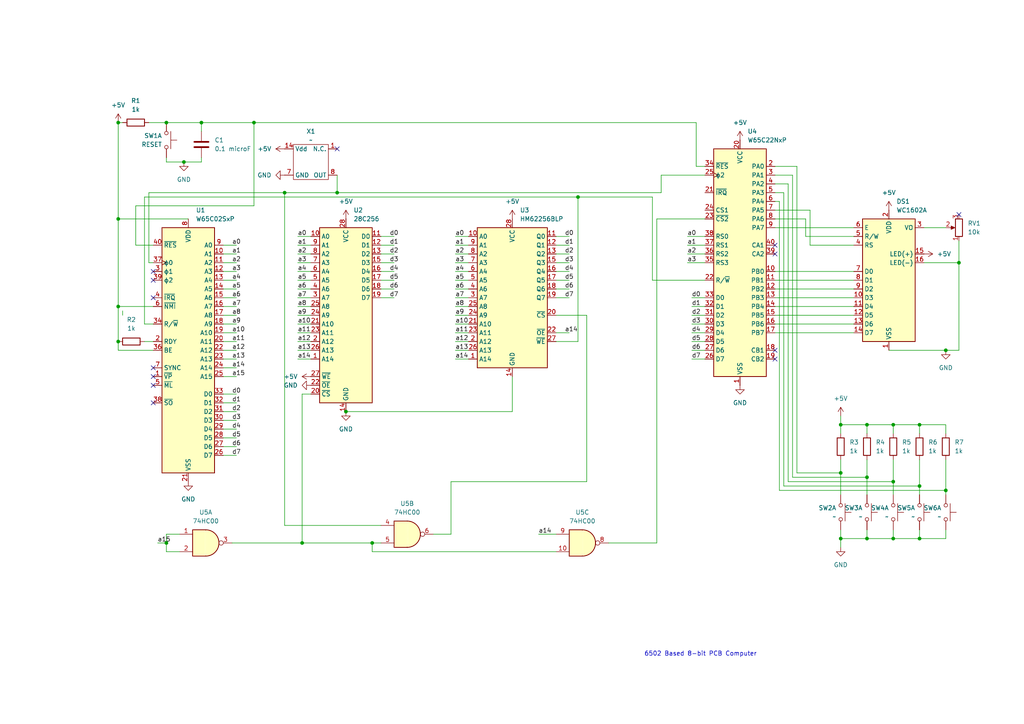
<source format=kicad_sch>
(kicad_sch (version 20231120) (generator "eeschema") (generator_version "8.0")
  (paper "A4")
  (lib_symbols
    (symbol "65xx-library:W65C02SxP"
      (property "Reference" "U" (at 2.54 40.64 0))
      (property "Value" "W65C02SxP" (at 2.54 38.1 0))
      (symbol "W65C02SxP_0_1"
        (rectangle (start -7.62 35.56) (end 7.62 -35.56) (stroke (width 0.254)) (fill (type background)))
      )
      (symbol "W65C02SxP_1_1"
        (pin output line (at -10.16 -7.62 0) (length 2.54) (name "~{VP}") (number "1"))
        (pin tri_state line (at 10.16 27.94 180) (length 2.54) (name "A1") (number "10"))
        (pin tri_state line (at 10.16 25.4 180) (length 2.54) (name "A2") (number "11"))
        (pin tri_state line (at 10.16 22.86 180) (length 2.54) (name "A3") (number "12"))
        (pin tri_state line (at 10.16 20.32 180) (length 2.54) (name "A4") (number "13"))
        (pin tri_state line (at 10.16 17.78 180) (length 2.54) (name "A5") (number "14"))
        (pin tri_state line (at 10.16 15.24 180) (length 2.54) (name "A6") (number "15"))
        (pin tri_state line (at 10.16 12.7 180) (length 2.54) (name "A7") (number "16"))
        (pin tri_state line (at 10.16 10.16 180) (length 2.54) (name "A8") (number "17"))
        (pin tri_state line (at 10.16 7.62 180) (length 2.54) (name "A9") (number "18"))
        (pin tri_state line (at 10.16 5.08 180) (length 2.54) (name "A10") (number "19"))
        (pin open_collector line (at -10.16 2.54 0) (length 2.54) (name "RDY") (number "2"))
        (pin tri_state line (at 10.16 2.54 180) (length 2.54) (name "A11") (number "20"))
        (pin power_in line (at 0 -38.1 90) (length 2.54) (name "VSS") (number "21"))
        (pin tri_state line (at 10.16 0 180) (length 2.54) (name "A12") (number "22"))
        (pin tri_state line (at 10.16 -2.54 180) (length 2.54) (name "A13") (number "23"))
        (pin tri_state line (at 10.16 -5.08 180) (length 2.54) (name "A14") (number "24"))
        (pin tri_state line (at 10.16 -7.62 180) (length 2.54) (name "A15") (number "25"))
        (pin bidirectional line (at 10.16 -30.48 180) (length 2.54) (name "D7") (number "26"))
        (pin bidirectional line (at 10.16 -27.94 180) (length 2.54) (name "D6") (number "27"))
        (pin bidirectional line (at 10.16 -25.4 180) (length 2.54) (name "D5") (number "28"))
        (pin bidirectional line (at 10.16 -22.86 180) (length 2.54) (name "D4") (number "29"))
        (pin output line (at -10.16 22.86 0) (length 2.54) (name "ϕ1") (number "3"))
        (pin bidirectional line (at 10.16 -20.32 180) (length 2.54) (name "D3") (number "30"))
        (pin bidirectional line (at 10.16 -17.78 180) (length 2.54) (name "D2") (number "31"))
        (pin bidirectional line (at 10.16 -15.24 180) (length 2.54) (name "D1") (number "32"))
        (pin bidirectional line (at 10.16 -12.7 180) (length 2.54) (name "D0") (number "33"))
        (pin tri_state line (at -10.16 7.62 0) (length 2.54) (name "R/~{W}") (number "34"))
        (pin no_connect non_logic (at -7.62 -30.48 0) (length 2.54) hide (name "nc") (number "35"))
        (pin input line (at -10.16 0 0) (length 2.54) (name "BE") (number "36"))
        (pin input clock (at -10.16 25.4 0) (length 2.54) (name "ϕ0") (number "37"))
        (pin input line (at -10.16 -15.24 0) (length 2.54) (name "~{SO}") (number "38"))
        (pin output line (at -10.16 20.32 0) (length 2.54) (name "ϕ2") (number "39"))
        (pin input line (at -10.16 15.24 0) (length 2.54) (name "~{IRQ}") (number "4"))
        (pin input line (at -10.16 30.48 0) (length 2.54) (name "~{RES}") (number "40"))
        (pin output line (at -10.16 -10.16 0) (length 2.54) (name "~{ML}") (number "5"))
        (pin input line (at -10.16 12.7 0) (length 2.54) (name "~{NMI}") (number "6"))
        (pin output line (at -10.16 -5.08 0) (length 2.54) (name "SYNC") (number "7"))
        (pin power_in line (at 0 38.1 270) (length 2.54) (name "VDD") (number "8"))
        (pin tri_state line (at 10.16 30.48 180) (length 2.54) (name "A0") (number "9"))
      )
    )
    (symbol "65xx-library:W65C22NxP"
      (property "Reference" "U" (at 2.54 38.1 0))
      (property "Value" "W65C22NxP" (at 2.54 35.56 0))
      (symbol "W65C22NxP_0_1"
        (rectangle (start -7.62 33.02) (end 7.62 -33.02) (stroke (width 0.254)) (fill (type background)))
      )
      (symbol "W65C22NxP_1_1"
        (pin power_in line (at 0 -35.56 90) (length 2.54) (name "VSS") (number "1"))
        (pin bidirectional line (at 10.16 -2.54 180) (length 2.54) (name "PB0") (number "10"))
        (pin bidirectional line (at 10.16 -5.08 180) (length 2.54) (name "PB1") (number "11"))
        (pin bidirectional line (at 10.16 -7.62 180) (length 2.54) (name "PB2") (number "12"))
        (pin bidirectional line (at 10.16 -10.16 180) (length 2.54) (name "PB3") (number "13"))
        (pin bidirectional line (at 10.16 -12.7 180) (length 2.54) (name "PB4") (number "14"))
        (pin bidirectional line (at 10.16 -15.24 180) (length 2.54) (name "PB5") (number "15"))
        (pin bidirectional line (at 10.16 -17.78 180) (length 2.54) (name "PB6") (number "16"))
        (pin bidirectional line (at 10.16 -20.32 180) (length 2.54) (name "PB7") (number "17"))
        (pin input line (at 10.16 -25.4 180) (length 2.54) (name "CB1") (number "18"))
        (pin bidirectional line (at 10.16 -27.94 180) (length 2.54) (name "CB2") (number "19"))
        (pin bidirectional line (at 10.16 27.94 180) (length 2.54) (name "PA0") (number "2"))
        (pin power_in line (at 0 35.56 270) (length 2.54) (name "VCC") (number "20"))
        (pin open_collector line (at -10.16 20.32 0) (length 2.54) (name "~{IRQ}") (number "21"))
        (pin input line (at -10.16 -5.08 0) (length 2.54) (name "R/~{W}") (number "22"))
        (pin input line (at -10.16 12.7 0) (length 2.54) (name "~{CS2}") (number "23"))
        (pin input line (at -10.16 15.24 0) (length 2.54) (name "CS1") (number "24"))
        (pin input clock (at -10.16 25.4 0) (length 2.54) (name "ϕ2") (number "25"))
        (pin bidirectional line (at -10.16 -27.94 0) (length 2.54) (name "D7") (number "26"))
        (pin bidirectional line (at -10.16 -25.4 0) (length 2.54) (name "D6") (number "27"))
        (pin bidirectional line (at -10.16 -22.86 0) (length 2.54) (name "D5") (number "28"))
        (pin bidirectional line (at -10.16 -20.32 0) (length 2.54) (name "D4") (number "29"))
        (pin bidirectional line (at 10.16 25.4 180) (length 2.54) (name "PA1") (number "3"))
        (pin bidirectional line (at -10.16 -17.78 0) (length 2.54) (name "D3") (number "30"))
        (pin bidirectional line (at -10.16 -15.24 0) (length 2.54) (name "D2") (number "31"))
        (pin bidirectional line (at -10.16 -12.7 0) (length 2.54) (name "D1") (number "32"))
        (pin bidirectional line (at -10.16 -10.16 0) (length 2.54) (name "D0") (number "33"))
        (pin input line (at -10.16 27.94 0) (length 2.54) (name "~{RES}") (number "34"))
        (pin input line (at -10.16 0 0) (length 2.54) (name "RS3") (number "35"))
        (pin input line (at -10.16 2.54 0) (length 2.54) (name "RS2") (number "36"))
        (pin input line (at -10.16 5.08 0) (length 2.54) (name "RS1") (number "37"))
        (pin input line (at -10.16 7.62 0) (length 2.54) (name "RS0") (number "38"))
        (pin bidirectional line (at 10.16 2.54 180) (length 2.54) (name "CA2") (number "39"))
        (pin bidirectional line (at 10.16 22.86 180) (length 2.54) (name "PA2") (number "4"))
        (pin input line (at 10.16 5.08 180) (length 2.54) (name "CA1") (number "40"))
        (pin bidirectional line (at 10.16 20.32 180) (length 2.54) (name "PA3") (number "5"))
        (pin bidirectional line (at 10.16 17.78 180) (length 2.54) (name "PA4") (number "6"))
        (pin bidirectional line (at 10.16 15.24 180) (length 2.54) (name "PA5") (number "7"))
        (pin bidirectional line (at 10.16 12.7 180) (length 2.54) (name "PA6") (number "8"))
        (pin bidirectional line (at 10.16 10.16 180) (length 2.54) (name "PA7") (number "9"))
      )
    )
    (symbol "74xx:74HC00" (pin_names (offset 1.016))
      (property "Reference" "U" (at 0 1.27 0))
      (property "Value" "74HC00" (at 0 -1.27 0))
      (symbol "74HC00_1_1"
        (arc (start 0 -3.81) (mid 3.7934 0) (end 0 3.81) (stroke (width 0.254)) (fill (type background)))
        (polyline (pts (xy 0 3.81) (xy -3.81 3.81) (xy -3.81 -3.81) (xy 0 -3.81)) (stroke (width 0.254)) (fill (type background)))
        (pin input line (at -7.62 2.54 0) (length 3.81) (name "~") (number "1"))
        (pin input line (at -7.62 -2.54 0) (length 3.81) (name "~") (number "2"))
        (pin output inverted (at 7.62 0 180) (length 3.81) (name "~") (number "3"))
      )
      (symbol "74HC00_1_2"
        (arc (start -3.81 -3.81) (mid -2.589 0) (end -3.81 3.81) (stroke (width 0.254)))
        (arc (start -0.6096 -3.81) (mid 2.1842 -2.5851) (end 3.81 0) (stroke (width 0.254)) (fill (type background)))
        (polyline (pts (xy -3.81 -3.81) (xy -0.635 -3.81)) (stroke (width 0.254)) (fill (type background)))
        (polyline (pts (xy -3.81 3.81) (xy -0.635 3.81)) (stroke (width 0.254)) (fill (type background)))
        (polyline (pts (xy -0.635 3.81) (xy -3.81 3.81) (xy -3.81 3.81) (xy -3.556 3.4036) (xy -3.0226 2.2606) (xy -2.6924 1.0414) (xy -2.6162 -0.254) (xy -2.7686 -1.4986) (xy -3.175 -2.7178) (xy -3.81 -3.81) (xy -3.81 -3.81) (xy -0.635 -3.81)) (stroke (width -25.4)) (fill (type background)))
        (arc (start 3.81 0) (mid 2.1915 2.5936) (end -0.6096 3.81) (stroke (width 0.254)) (fill (type background)))
        (pin input inverted (at -7.62 2.54 0) (length 4.318) (name "~") (number "1"))
        (pin input inverted (at -7.62 -2.54 0) (length 4.318) (name "~") (number "2"))
        (pin output line (at 7.62 0 180) (length 3.81) (name "~") (number "3"))
      )
      (symbol "74HC00_2_1"
        (arc (start 0 -3.81) (mid 3.7934 0) (end 0 3.81) (stroke (width 0.254)) (fill (type background)))
        (polyline (pts (xy 0 3.81) (xy -3.81 3.81) (xy -3.81 -3.81) (xy 0 -3.81)) (stroke (width 0.254)) (fill (type background)))
        (pin input line (at -7.62 2.54 0) (length 3.81) (name "~") (number "4"))
        (pin input line (at -7.62 -2.54 0) (length 3.81) (name "~") (number "5"))
        (pin output inverted (at 7.62 0 180) (length 3.81) (name "~") (number "6"))
      )
      (symbol "74HC00_2_2"
        (arc (start -3.81 -3.81) (mid -2.589 0) (end -3.81 3.81) (stroke (width 0.254)))
        (arc (start -0.6096 -3.81) (mid 2.1842 -2.5851) (end 3.81 0) (stroke (width 0.254)) (fill (type background)))
        (polyline (pts (xy -3.81 -3.81) (xy -0.635 -3.81)) (stroke (width 0.254)) (fill (type background)))
        (polyline (pts (xy -3.81 3.81) (xy -0.635 3.81)) (stroke (width 0.254)) (fill (type background)))
        (polyline (pts (xy -0.635 3.81) (xy -3.81 3.81) (xy -3.81 3.81) (xy -3.556 3.4036) (xy -3.0226 2.2606) (xy -2.6924 1.0414) (xy -2.6162 -0.254) (xy -2.7686 -1.4986) (xy -3.175 -2.7178) (xy -3.81 -3.81) (xy -3.81 -3.81) (xy -0.635 -3.81)) (stroke (width -25.4)) (fill (type background)))
        (arc (start 3.81 0) (mid 2.1915 2.5936) (end -0.6096 3.81) (stroke (width 0.254)) (fill (type background)))
        (pin input inverted (at -7.62 2.54 0) (length 4.318) (name "~") (number "4"))
        (pin input inverted (at -7.62 -2.54 0) (length 4.318) (name "~") (number "5"))
        (pin output line (at 7.62 0 180) (length 3.81) (name "~") (number "6"))
      )
      (symbol "74HC00_3_1"
        (arc (start 0 -3.81) (mid 3.7934 0) (end 0 3.81) (stroke (width 0.254)) (fill (type background)))
        (polyline (pts (xy 0 3.81) (xy -3.81 3.81) (xy -3.81 -3.81) (xy 0 -3.81)) (stroke (width 0.254)) (fill (type background)))
        (pin input line (at -7.62 -2.54 0) (length 3.81) (name "~") (number "10"))
        (pin output inverted (at 7.62 0 180) (length 3.81) (name "~") (number "8"))
        (pin input line (at -7.62 2.54 0) (length 3.81) (name "~") (number "9"))
      )
      (symbol "74HC00_3_2"
        (arc (start -3.81 -3.81) (mid -2.589 0) (end -3.81 3.81) (stroke (width 0.254)))
        (arc (start -0.6096 -3.81) (mid 2.1842 -2.5851) (end 3.81 0) (stroke (width 0.254)) (fill (type background)))
        (polyline (pts (xy -3.81 -3.81) (xy -0.635 -3.81)) (stroke (width 0.254)) (fill (type background)))
        (polyline (pts (xy -3.81 3.81) (xy -0.635 3.81)) (stroke (width 0.254)) (fill (type background)))
        (polyline (pts (xy -0.635 3.81) (xy -3.81 3.81) (xy -3.81 3.81) (xy -3.556 3.4036) (xy -3.0226 2.2606) (xy -2.6924 1.0414) (xy -2.6162 -0.254) (xy -2.7686 -1.4986) (xy -3.175 -2.7178) (xy -3.81 -3.81) (xy -3.81 -3.81) (xy -0.635 -3.81)) (stroke (width -25.4)) (fill (type background)))
        (arc (start 3.81 0) (mid 2.1915 2.5936) (end -0.6096 3.81) (stroke (width 0.254)) (fill (type background)))
        (pin input inverted (at -7.62 -2.54 0) (length 4.318) (name "~") (number "10"))
        (pin output line (at 7.62 0 180) (length 3.81) (name "~") (number "8"))
        (pin input inverted (at -7.62 2.54 0) (length 4.318) (name "~") (number "9"))
      )
      (symbol "74HC00_4_1"
        (arc (start 0 -3.81) (mid 3.7934 0) (end 0 3.81) (stroke (width 0.254)) (fill (type background)))
        (polyline (pts (xy 0 3.81) (xy -3.81 3.81) (xy -3.81 -3.81) (xy 0 -3.81)) (stroke (width 0.254)) (fill (type background)))
        (pin output inverted (at 7.62 0 180) (length 3.81) (name "~") (number "11"))
        (pin input line (at -7.62 2.54 0) (length 3.81) (name "~") (number "12"))
        (pin input line (at -7.62 -2.54 0) (length 3.81) (name "~") (number "13"))
      )
      (symbol "74HC00_4_2"
        (arc (start -3.81 -3.81) (mid -2.589 0) (end -3.81 3.81) (stroke (width 0.254)))
        (arc (start -0.6096 -3.81) (mid 2.1842 -2.5851) (end 3.81 0) (stroke (width 0.254)) (fill (type background)))
        (polyline (pts (xy -3.81 -3.81) (xy -0.635 -3.81)) (stroke (width 0.254)) (fill (type background)))
        (polyline (pts (xy -3.81 3.81) (xy -0.635 3.81)) (stroke (width 0.254)) (fill (type background)))
        (polyline (pts (xy -0.635 3.81) (xy -3.81 3.81) (xy -3.81 3.81) (xy -3.556 3.4036) (xy -3.0226 2.2606) (xy -2.6924 1.0414) (xy -2.6162 -0.254) (xy -2.7686 -1.4986) (xy -3.175 -2.7178) (xy -3.81 -3.81) (xy -3.81 -3.81) (xy -0.635 -3.81)) (stroke (width -25.4)) (fill (type background)))
        (arc (start 3.81 0) (mid 2.1915 2.5936) (end -0.6096 3.81) (stroke (width 0.254)) (fill (type background)))
        (pin output line (at 7.62 0 180) (length 3.81) (name "~") (number "11"))
        (pin input inverted (at -7.62 2.54 0) (length 4.318) (name "~") (number "12"))
        (pin input inverted (at -7.62 -2.54 0) (length 4.318) (name "~") (number "13"))
      )
      (symbol "74HC00_5_0"
        (pin power_in line (at 0 12.7 270) (length 5.08) (name "VCC") (number "14"))
        (pin power_in line (at 0 -12.7 90) (length 5.08) (name "GND") (number "7"))
      )
      (symbol "74HC00_5_1"
        (rectangle (start -5.08 7.62) (end 5.08 -7.62) (stroke (width 0.254)) (fill (type background)))
      )
    )
    (symbol "Device:C" (pin_numbers hide) (pin_names (offset 0.254))
      (property "Reference" "C" (at 0.635 2.54 0))
      (property "Value" "C" (at 0.635 -2.54 0))
      (symbol "C_0_1"
        (polyline (pts (xy -2.032 -0.762) (xy 2.032 -0.762)) (stroke (width 0.508)))
        (polyline (pts (xy -2.032 0.762) (xy 2.032 0.762)) (stroke (width 0.508)))
      )
      (symbol "C_1_1"
        (pin passive line (at 0 3.81 270) (length 2.794) (name "~") (number "1"))
        (pin passive line (at 0 -3.81 90) (length 2.794) (name "~") (number "2"))
      )
    )
    (symbol "Device:R" (pin_numbers hide) (pin_names (offset 0))
      (property "Reference" "R" (at 2.032 0 90))
      (property "Value" "R" (at 0 0 90))
      (symbol "R_0_1"
        (rectangle (start -1.016 -2.54) (end 1.016 2.54) (stroke (width 0.254)))
      )
      (symbol "R_1_1"
        (pin passive line (at 0 3.81 270) (length 1.27) (name "~") (number "1"))
        (pin passive line (at 0 -3.81 90) (length 1.27) (name "~") (number "2"))
      )
    )
    (symbol "Device:R_Potentiometer" (pin_names (offset 1.016) hide)
      (property "Reference" "RV" (at -4.445 0 90))
      (property "Value" "R_Potentiometer" (at -2.54 0 90))
      (symbol "R_Potentiometer_0_1"
        (polyline (pts (xy 2.54 0) (xy 1.524 0)))
        (polyline (pts (xy 1.143 0) (xy 2.286 0.508) (xy 2.286 -0.508) (xy 1.143 0)) (fill (type outline)))
        (rectangle (start 1.016 2.54) (end -1.016 -2.54) (stroke (width 0.254)))
      )
      (symbol "R_Potentiometer_1_1"
        (pin passive line (at 0 3.81 270) (length 1.27) (name "1") (number "1"))
        (pin passive line (at 3.81 0 180) (length 1.27) (name "2") (number "2"))
        (pin passive line (at 0 -3.81 90) (length 1.27) (name "3") (number "3"))
      )
    )
    (symbol "Display_Character:WC1602A"
      (property "Reference" "DS" (at -5.842 19.05 0))
      (property "Value" "WC1602A" (at 5.334 19.05 0))
      (symbol "WC1602A_1_1"
        (rectangle (start -7.62 17.78) (end 7.62 -17.78) (stroke (width 0.254)) (fill (type background)))
        (pin power_in line (at 0 -20.32 90) (length 2.54) (name "VSS") (number "1"))
        (pin input line (at -10.16 -5.08 0) (length 2.54) (name "D3") (number "10"))
        (pin input line (at -10.16 -7.62 0) (length 2.54) (name "D4") (number "11"))
        (pin input line (at -10.16 -10.16 0) (length 2.54) (name "D5") (number "12"))
        (pin input line (at -10.16 -12.7 0) (length 2.54) (name "D6") (number "13"))
        (pin input line (at -10.16 -15.24 0) (length 2.54) (name "D7") (number "14"))
        (pin power_in line (at 10.16 7.62 180) (length 2.54) (name "LED(+)") (number "15"))
        (pin power_in line (at 10.16 5.08 180) (length 2.54) (name "LED(-)") (number "16"))
        (pin power_in line (at 0 20.32 270) (length 2.54) (name "VDD") (number "2"))
        (pin input line (at 10.16 15.24 180) (length 2.54) (name "VO") (number "3"))
        (pin input line (at -10.16 10.16 0) (length 2.54) (name "RS") (number "4"))
        (pin input line (at -10.16 12.7 0) (length 2.54) (name "R/W") (number "5"))
        (pin input line (at -10.16 15.24 0) (length 2.54) (name "E") (number "6"))
        (pin input line (at -10.16 2.54 0) (length 2.54) (name "D0") (number "7"))
        (pin input line (at -10.16 0 0) (length 2.54) (name "D1") (number "8"))
        (pin input line (at -10.16 -2.54 0) (length 2.54) (name "D2") (number "9"))
      )
    )
    (symbol "MCO-1510A:MCO-151A"
      (property "Reference" "X" (at 0 0 0))
      (symbol "MCO-151A_0_1"
        (rectangle (start -5.08 5.08) (end 5.08 -5.08))
      )
      (symbol "MCO-151A_1_1"
        (pin free line (at 7.62 3.81 180) (length 2.54) (name "N.C.") (number "1"))
        (pin power_in line (at -7.62 3.81 0) (length 2.54) (name "Vdd") (number "14"))
        (pin free line (at -7.62 -3.81 0) (length 2.54) (name "GND") (number "7"))
        (pin output line (at 7.62 -3.81 180) (length 2.54) (name "OUT") (number "8"))
      )
    )
    (symbol "Memory_EEPROM:28C256"
      (property "Reference" "U" (at -7.62 26.67 0))
      (property "Value" "28C256" (at 2.54 -26.67 0))
      (symbol "28C256_1_1"
        (rectangle (start -7.62 25.4) (end 7.62 -25.4) (stroke (width 0.254)) (fill (type background)))
        (pin input line (at -10.16 -12.7 0) (length 2.54) (name "A14") (number "1"))
        (pin input line (at -10.16 22.86 0) (length 2.54) (name "A0") (number "10"))
        (pin tri_state line (at 10.16 22.86 180) (length 2.54) (name "D0") (number "11"))
        (pin tri_state line (at 10.16 20.32 180) (length 2.54) (name "D1") (number "12"))
        (pin tri_state line (at 10.16 17.78 180) (length 2.54) (name "D2") (number "13"))
        (pin power_in line (at 0 -27.94 90) (length 2.54) (name "GND") (number "14"))
        (pin tri_state line (at 10.16 15.24 180) (length 2.54) (name "D3") (number "15"))
        (pin tri_state line (at 10.16 12.7 180) (length 2.54) (name "D4") (number "16"))
        (pin tri_state line (at 10.16 10.16 180) (length 2.54) (name "D5") (number "17"))
        (pin tri_state line (at 10.16 7.62 180) (length 2.54) (name "D6") (number "18"))
        (pin tri_state line (at 10.16 5.08 180) (length 2.54) (name "D7") (number "19"))
        (pin input line (at -10.16 -7.62 0) (length 2.54) (name "A12") (number "2"))
        (pin input line (at -10.16 -22.86 0) (length 2.54) (name "~{CS}") (number "20"))
        (pin input line (at -10.16 -2.54 0) (length 2.54) (name "A10") (number "21"))
        (pin input line (at -10.16 -20.32 0) (length 2.54) (name "~{OE}") (number "22"))
        (pin input line (at -10.16 -5.08 0) (length 2.54) (name "A11") (number "23"))
        (pin input line (at -10.16 0 0) (length 2.54) (name "A9") (number "24"))
        (pin input line (at -10.16 2.54 0) (length 2.54) (name "A8") (number "25"))
        (pin input line (at -10.16 -10.16 0) (length 2.54) (name "A13") (number "26"))
        (pin input line (at -10.16 -17.78 0) (length 2.54) (name "~{WE}") (number "27"))
        (pin power_in line (at 0 27.94 270) (length 2.54) (name "VCC") (number "28"))
        (pin input line (at -10.16 5.08 0) (length 2.54) (name "A7") (number "3"))
        (pin input line (at -10.16 7.62 0) (length 2.54) (name "A6") (number "4"))
        (pin input line (at -10.16 10.16 0) (length 2.54) (name "A5") (number "5"))
        (pin input line (at -10.16 12.7 0) (length 2.54) (name "A4") (number "6"))
        (pin input line (at -10.16 15.24 0) (length 2.54) (name "A3") (number "7"))
        (pin input line (at -10.16 17.78 0) (length 2.54) (name "A2") (number "8"))
        (pin input line (at -10.16 20.32 0) (length 2.54) (name "A1") (number "9"))
      )
    )
    (symbol "Memory_RAM:HM62256BLP"
      (property "Reference" "U" (at -10.16 20.955 0))
      (property "Value" "HM62256BLP" (at 2.54 20.955 0))
      (symbol "HM62256BLP_0_0"
        (pin power_in line (at 0 -22.86 90) (length 2.54) (name "GND") (number "14"))
        (pin power_in line (at 0 22.86 270) (length 2.54) (name "VCC") (number "28"))
      )
      (symbol "HM62256BLP_0_1"
        (rectangle (start -10.16 20.32) (end 10.16 -20.32) (stroke (width 0.254)) (fill (type background)))
      )
      (symbol "HM62256BLP_1_1"
        (pin input line (at -12.7 -17.78 0) (length 2.54) (name "A14") (number "1"))
        (pin input line (at -12.7 17.78 0) (length 2.54) (name "A0") (number "10"))
        (pin tri_state line (at 12.7 17.78 180) (length 2.54) (name "Q0") (number "11"))
        (pin tri_state line (at 12.7 15.24 180) (length 2.54) (name "Q1") (number "12"))
        (pin tri_state line (at 12.7 12.7 180) (length 2.54) (name "Q2") (number "13"))
        (pin tri_state line (at 12.7 10.16 180) (length 2.54) (name "Q3") (number "15"))
        (pin tri_state line (at 12.7 7.62 180) (length 2.54) (name "Q4") (number "16"))
        (pin tri_state line (at 12.7 5.08 180) (length 2.54) (name "Q5") (number "17"))
        (pin tri_state line (at 12.7 2.54 180) (length 2.54) (name "Q6") (number "18"))
        (pin tri_state line (at 12.7 0 180) (length 2.54) (name "Q7") (number "19"))
        (pin input line (at -12.7 -12.7 0) (length 2.54) (name "A12") (number "2"))
        (pin input line (at 12.7 -5.08 180) (length 2.54) (name "~{CS}") (number "20"))
        (pin input line (at -12.7 -7.62 0) (length 2.54) (name "A10") (number "21"))
        (pin input line (at 12.7 -10.16 180) (length 2.54) (name "~{OE}") (number "22"))
        (pin input line (at -12.7 -10.16 0) (length 2.54) (name "A11") (number "23"))
        (pin input line (at -12.7 -5.08 0) (length 2.54) (name "A9") (number "24"))
        (pin input line (at -12.7 -2.54 0) (length 2.54) (name "A8") (number "25"))
        (pin input line (at -12.7 -15.24 0) (length 2.54) (name "A13") (number "26"))
        (pin input line (at 12.7 -12.7 180) (length 2.54) (name "~{WE}") (number "27"))
        (pin input line (at -12.7 0 0) (length 2.54) (name "A7") (number "3"))
        (pin input line (at -12.7 2.54 0) (length 2.54) (name "A6") (number "4"))
        (pin input line (at -12.7 5.08 0) (length 2.54) (name "A5") (number "5"))
        (pin input line (at -12.7 7.62 0) (length 2.54) (name "A4") (number "6"))
        (pin input line (at -12.7 10.16 0) (length 2.54) (name "A3") (number "7"))
        (pin input line (at -12.7 12.7 0) (length 2.54) (name "A2") (number "8"))
        (pin input line (at -12.7 15.24 0) (length 2.54) (name "A1") (number "9"))
      )
    )
    (symbol "Switch:SW_Push_Dual_x2" (pin_numbers hide) (pin_names (offset 1.016) hide)
      (property "Reference" "SW" (at 1.27 2.54 0))
      (property "Value" "SW_Push_Dual_x2" (at 0 -1.524 0))
      (symbol "SW_Push_Dual_x2_0_1"
        (circle (center -2.032 0) (radius 0.508))
        (polyline (pts (xy 0 1.27) (xy 0 3.048)))
        (polyline (pts (xy 2.54 1.27) (xy -2.54 1.27)))
        (circle (center 2.032 0) (radius 0.508))
      )
      (symbol "SW_Push_Dual_x2_1_1"
        (pin passive line (at -5.08 0 0) (length 2.54) (name "C") (number "1"))
        (pin passive line (at 5.08 0 180) (length 2.54) (name "D") (number "2"))
      )
      (symbol "SW_Push_Dual_x2_2_1"
        (pin passive line (at -5.08 0 0) (length 2.54) (name "C") (number "3"))
        (pin passive line (at 5.08 0 180) (length 2.54) (name "D") (number "4"))
      )
    )
    (symbol "power:+5V" (power) (pin_numbers hide) (pin_names (offset 0) hide)
      (property "Value" "+5V" (at 0 3.556 0))
      (symbol "+5V_0_1"
        (polyline (pts (xy -0.762 1.27) (xy 0 2.54)))
        (polyline (pts (xy 0 0) (xy 0 2.54)))
        (polyline (pts (xy 0 2.54) (xy 0.762 1.27)))
      )
      (symbol "+5V_1_1"
        (pin power_in line (at 0 0 90) (length 0) (name "~") (number "1"))
      )
    )
    (symbol "power:GND" (power) (pin_numbers hide) (pin_names (offset 0) hide)
      (property "Value" "GND" (at 0 -3.81 0))
      (symbol "GND_0_1"
        (polyline (pts (xy 0 0) (xy 0 -1.27) (xy 1.27 -1.27) (xy 0 -2.54) (xy -1.27 -1.27) (xy 0 -1.27)))
      )
      (symbol "GND_1_1"
        (pin power_in line (at 0 0 270) (length 0) (name "~") (number "1"))
      )
    )
  )
  (junction (at 259.08 139.7))
  (junction (at 251.46 156.21))
  (junction (at 278.13 76.2))
  (junction (at 243.84 156.21))
  (junction (at 34.29 88.9))
  (junction (at 266.7 123.19))
  (junction (at 266.7 156.21))
  (junction (at 251.46 138.43))
  (junction (at 167.64 57.15))
  (junction (at 251.46 123.19))
  (junction (at 100.33 119.38))
  (junction (at 274.32 101.6))
  (junction (at 243.84 137.16))
  (junction (at 82.55 55.88))
  (junction (at 259.08 156.21))
  (junction (at 274.32 142.24))
  (junction (at 48.26 157.48))
  (junction (at 266.7 140.97))
  (junction (at 53.34 46.99))
  (junction (at 243.84 123.19))
  (junction (at 34.29 99.06))
  (junction (at 259.08 123.19))
  (junction (at 107.95 157.48))
  (junction (at 48.26 35.56))
  (junction (at 73.66 35.56))
  (junction (at 87.63 157.48))
  (junction (at 34.29 63.5))
  (junction (at 58.42 35.56))
  (junction (at 97.79 55.88))
  (junction (at 34.29 35.56))
  (no_connect (at 97.79 43.18))
  (no_connect (at 44.45 109.22))
  (no_connect (at 44.45 78.74))
  (no_connect (at 224.79 104.14))
  (no_connect (at 44.45 116.84))
  (no_connect (at 224.79 73.66))
  (no_connect (at 224.79 101.6))
  (no_connect (at 278.13 62.23))
  (no_connect (at 44.45 86.36))
  (no_connect (at 44.45 106.68))
  (no_connect (at 44.45 81.28))
  (no_connect (at 44.45 111.76))
  (no_connect (at 224.79 71.12))
  (wire (pts (xy 39.37 71.12) (xy 44.45 71.12)))
  (wire (pts (xy 34.29 88.9) (xy 34.29 99.06)))
  (wire (pts (xy 251.46 133.35) (xy 251.46 138.43)))
  (wire (pts (xy 266.7 140.97) (xy 227.33 140.97)))
  (wire (pts (xy 44.45 88.9) (xy 34.29 88.9)))
  (wire (pts (xy 224.79 66.04) (xy 247.65 66.04)))
  (wire (pts (xy 243.84 133.35) (xy 243.84 137.16)))
  (wire (pts (xy 161.29 68.58) (xy 165.1 68.58)))
  (wire (pts (xy 73.66 35.56) (xy 201.93 35.56)))
  (wire (pts (xy 86.36 76.2) (xy 90.17 76.2)))
  (wire (pts (xy 86.36 86.36) (xy 90.17 86.36)))
  (wire (pts (xy 233.68 63.5) (xy 233.68 68.58)))
  (wire (pts (xy 234.95 71.12) (xy 247.65 71.12)))
  (wire (pts (xy 110.49 81.28) (xy 114.3 81.28)))
  (wire (pts (xy 132.08 96.52) (xy 135.89 96.52)))
  (wire (pts (xy 64.77 109.22) (xy 68.58 109.22)))
  (wire (pts (xy 229.87 138.43) (xy 229.87 50.8)))
  (wire (pts (xy 54.61 63.5) (xy 34.29 63.5)))
  (wire (pts (xy 243.84 120.65) (xy 243.84 123.19)))
  (wire (pts (xy 64.77 132.08) (xy 68.58 132.08)))
  (wire (pts (xy 132.08 88.9) (xy 135.89 88.9)))
  (wire (pts (xy 266.7 133.35) (xy 266.7 140.97)))
  (wire (pts (xy 156.21 154.94) (xy 161.29 154.94)))
  (wire (pts (xy 132.08 101.6) (xy 135.89 101.6)))
  (wire (pts (xy 86.36 73.66) (xy 90.17 73.66)))
  (wire (pts (xy 199.39 73.66) (xy 204.47 73.66)))
  (wire (pts (xy 86.36 81.28) (xy 90.17 81.28)))
  (wire (pts (xy 266.7 156.21) (xy 259.08 156.21)))
  (wire (pts (xy 251.46 156.21) (xy 243.84 156.21)))
  (wire (pts (xy 86.36 101.6) (xy 90.17 101.6)))
  (wire (pts (xy 64.77 71.12) (xy 68.58 71.12)))
  (wire (pts (xy 132.08 91.44) (xy 135.89 91.44)))
  (wire (pts (xy 130.81 139.7) (xy 130.81 154.94)))
  (wire (pts (xy 86.36 68.58) (xy 90.17 68.58)))
  (wire (pts (xy 48.26 160.02) (xy 48.26 157.48)))
  (wire (pts (xy 161.29 73.66) (xy 165.1 73.66)))
  (wire (pts (xy 161.29 91.44) (xy 170.18 91.44)))
  (wire (pts (xy 34.29 63.5) (xy 34.29 35.56)))
  (wire (pts (xy 233.68 68.58) (xy 247.65 68.58)))
  (wire (pts (xy 231.14 48.26) (xy 224.79 48.26)))
  (wire (pts (xy 43.18 35.56) (xy 48.26 35.56)))
  (wire (pts (xy 274.32 142.24) (xy 226.06 142.24)))
  (wire (pts (xy 191.77 55.88) (xy 97.79 55.88)))
  (wire (pts (xy 224.79 63.5) (xy 233.68 63.5)))
  (wire (pts (xy 64.77 91.44) (xy 68.58 91.44)))
  (wire (pts (xy 229.87 50.8) (xy 224.79 50.8)))
  (wire (pts (xy 259.08 123.19) (xy 251.46 123.19)))
  (wire (pts (xy 132.08 81.28) (xy 135.89 81.28)))
  (wire (pts (xy 110.49 76.2) (xy 114.3 76.2)))
  (wire (pts (xy 58.42 35.56) (xy 73.66 35.56)))
  (wire (pts (xy 44.45 76.2) (xy 43.18 76.2)))
  (wire (pts (xy 132.08 86.36) (xy 135.89 86.36)))
  (wire (pts (xy 274.32 101.6) (xy 257.81 101.6)))
  (wire (pts (xy 34.29 35.56) (xy 35.56 35.56)))
  (wire (pts (xy 86.36 93.98) (xy 90.17 93.98)))
  (wire (pts (xy 48.26 46.99) (xy 53.34 46.99)))
  (wire (pts (xy 132.08 68.58) (xy 135.89 68.58)))
  (wire (pts (xy 64.77 83.82) (xy 68.58 83.82)))
  (wire (pts (xy 64.77 114.3) (xy 68.58 114.3)))
  (wire (pts (xy 86.36 99.06) (xy 90.17 99.06)))
  (wire (pts (xy 243.84 153.67) (xy 243.84 156.21)))
  (wire (pts (xy 167.64 57.15) (xy 167.64 99.06)))
  (wire (pts (xy 266.7 123.19) (xy 259.08 123.19)))
  (wire (pts (xy 259.08 139.7) (xy 228.6 139.7)))
  (wire (pts (xy 274.32 156.21) (xy 266.7 156.21)))
  (wire (pts (xy 274.32 142.24) (xy 274.32 143.51)))
  (wire (pts (xy 204.47 48.26) (xy 201.93 48.26)))
  (wire (pts (xy 132.08 78.74) (xy 135.89 78.74)))
  (wire (pts (xy 227.33 140.97) (xy 227.33 55.88)))
  (wire (pts (xy 224.79 86.36) (xy 247.65 86.36)))
  (wire (pts (xy 161.29 96.52) (xy 165.1 96.52)))
  (wire (pts (xy 86.36 88.9) (xy 90.17 88.9)))
  (wire (pts (xy 259.08 133.35) (xy 259.08 139.7)))
  (wire (pts (xy 200.66 93.98) (xy 204.47 93.98)))
  (wire (pts (xy 34.29 63.5) (xy 34.29 88.9)))
  (wire (pts (xy 53.34 46.99) (xy 58.42 46.99)))
  (wire (pts (xy 44.45 101.6) (xy 34.29 101.6)))
  (wire (pts (xy 64.77 73.66) (xy 68.58 73.66)))
  (wire (pts (xy 64.77 116.84) (xy 68.58 116.84)))
  (wire (pts (xy 73.66 35.56) (xy 73.66 59.69)))
  (wire (pts (xy 259.08 125.73) (xy 259.08 123.19)))
  (wire (pts (xy 107.95 160.02) (xy 161.29 160.02)))
  (wire (pts (xy 259.08 153.67) (xy 259.08 156.21)))
  (wire (pts (xy 41.91 93.98) (xy 41.91 57.15)))
  (wire (pts (xy 48.26 157.48) (xy 48.26 154.94)))
  (wire (pts (xy 224.79 93.98) (xy 247.65 93.98)))
  (wire (pts (xy 64.77 96.52) (xy 68.58 96.52)))
  (wire (pts (xy 200.66 96.52) (xy 204.47 96.52)))
  (wire (pts (xy 243.84 137.16) (xy 243.84 143.51)))
  (wire (pts (xy 87.63 114.3) (xy 87.63 157.48)))
  (wire (pts (xy 58.42 46.99) (xy 58.42 45.72)))
  (wire (pts (xy 132.08 104.14) (xy 135.89 104.14)))
  (wire (pts (xy 82.55 152.4) (xy 82.55 55.88)))
  (wire (pts (xy 170.18 91.44) (xy 170.18 139.7)))
  (wire (pts (xy 266.7 125.73) (xy 266.7 123.19)))
  (wire (pts (xy 86.36 91.44) (xy 90.17 91.44)))
  (wire (pts (xy 64.77 86.36) (xy 68.58 86.36)))
  (wire (pts (xy 191.77 50.8) (xy 191.77 55.88)))
  (wire (pts (xy 200.66 88.9) (xy 204.47 88.9)))
  (wire (pts (xy 251.46 153.67) (xy 251.46 156.21)))
  (wire (pts (xy 243.84 123.19) (xy 243.84 125.73)))
  (wire (pts (xy 41.91 57.15) (xy 167.64 57.15)))
  (wire (pts (xy 64.77 88.9) (xy 68.58 88.9)))
  (wire (pts (xy 87.63 157.48) (xy 107.95 157.48)))
  (wire (pts (xy 190.5 157.48) (xy 190.5 63.5)))
  (wire (pts (xy 274.32 123.19) (xy 266.7 123.19)))
  (wire (pts (xy 161.29 76.2) (xy 165.1 76.2)))
  (wire (pts (xy 132.08 71.12) (xy 135.89 71.12)))
  (wire (pts (xy 167.64 57.15) (xy 189.23 57.15)))
  (wire (pts (xy 278.13 69.85) (xy 278.13 76.2)))
  (wire (pts (xy 266.7 153.67) (xy 266.7 156.21)))
  (wire (pts (xy 132.08 93.98) (xy 135.89 93.98)))
  (wire (pts (xy 110.49 71.12) (xy 114.3 71.12)))
  (wire (pts (xy 86.36 78.74) (xy 90.17 78.74)))
  (wire (pts (xy 86.36 96.52) (xy 90.17 96.52)))
  (wire (pts (xy 58.42 35.56) (xy 58.42 38.1)))
  (wire (pts (xy 48.26 154.94) (xy 52.07 154.94)))
  (wire (pts (xy 200.66 86.36) (xy 204.47 86.36)))
  (wire (pts (xy 224.79 91.44) (xy 247.65 91.44)))
  (wire (pts (xy 44.45 93.98) (xy 41.91 93.98)))
  (wire (pts (xy 64.77 119.38) (xy 68.58 119.38)))
  (wire (pts (xy 110.49 68.58) (xy 114.3 68.58)))
  (wire (pts (xy 110.49 73.66) (xy 114.3 73.66)))
  (wire (pts (xy 251.46 138.43) (xy 229.87 138.43)))
  (wire (pts (xy 39.37 59.69) (xy 39.37 71.12)))
  (wire (pts (xy 64.77 121.92) (xy 68.58 121.92)))
  (wire (pts (xy 64.77 129.54) (xy 68.58 129.54)))
  (wire (pts (xy 200.66 91.44) (xy 204.47 91.44)))
  (wire (pts (xy 110.49 152.4) (xy 82.55 152.4)))
  (wire (pts (xy 266.7 140.97) (xy 266.7 143.51)))
  (wire (pts (xy 64.77 104.14) (xy 68.58 104.14)))
  (wire (pts (xy 243.84 156.21) (xy 243.84 158.75)))
  (wire (pts (xy 251.46 125.73) (xy 251.46 123.19)))
  (wire (pts (xy 110.49 83.82) (xy 114.3 83.82)))
  (wire (pts (xy 64.77 76.2) (xy 68.58 76.2)))
  (wire (pts (xy 48.26 45.72) (xy 48.26 46.99)))
  (wire (pts (xy 274.32 101.6) (xy 278.13 101.6)))
  (wire (pts (xy 64.77 78.74) (xy 68.58 78.74)))
  (wire (pts (xy 243.84 137.16) (xy 231.14 137.16)))
  (wire (pts (xy 170.18 139.7) (xy 130.81 139.7)))
  (wire (pts (xy 110.49 86.36) (xy 114.3 86.36)))
  (wire (pts (xy 274.32 125.73) (xy 274.32 123.19)))
  (wire (pts (xy 161.29 81.28) (xy 165.1 81.28)))
  (wire (pts (xy 228.6 139.7) (xy 228.6 53.34)))
  (wire (pts (xy 64.77 106.68) (xy 68.58 106.68)))
  (wire (pts (xy 132.08 83.82) (xy 135.89 83.82)))
  (wire (pts (xy 278.13 76.2) (xy 278.13 101.6)))
  (wire (pts (xy 227.33 55.88) (xy 224.79 55.88)))
  (wire (pts (xy 274.32 133.35) (xy 274.32 142.24)))
  (wire (pts (xy 224.79 81.28) (xy 247.65 81.28)))
  (wire (pts (xy 86.36 71.12) (xy 90.17 71.12)))
  (wire (pts (xy 97.79 55.88) (xy 97.79 50.8)))
  (wire (pts (xy 234.95 71.12) (xy 234.95 60.96)))
  (wire (pts (xy 231.14 137.16) (xy 231.14 48.26)))
  (wire (pts (xy 107.95 157.48) (xy 110.49 157.48)))
  (wire (pts (xy 189.23 81.28) (xy 204.47 81.28)))
  (wire (pts (xy 64.77 99.06) (xy 68.58 99.06)))
  (wire (pts (xy 58.42 35.56) (xy 48.26 35.56)))
  (wire (pts (xy 224.79 88.9) (xy 247.65 88.9)))
  (wire (pts (xy 43.18 55.88) (xy 82.55 55.88)))
  (wire (pts (xy 34.29 99.06) (xy 34.29 101.6)))
  (wire (pts (xy 64.77 81.28) (xy 68.58 81.28)))
  (wire (pts (xy 199.39 76.2) (xy 204.47 76.2)))
  (wire (pts (xy 130.81 154.94) (xy 125.73 154.94)))
  (wire (pts (xy 224.79 83.82) (xy 247.65 83.82)))
  (wire (pts (xy 161.29 86.36) (xy 165.1 86.36)))
  (wire (pts (xy 161.29 71.12) (xy 165.1 71.12)))
  (wire (pts (xy 224.79 60.96) (xy 234.95 60.96)))
  (wire (pts (xy 259.08 156.21) (xy 251.46 156.21)))
  (wire (pts (xy 148.59 119.38) (xy 148.59 109.22)))
  (wire (pts (xy 41.91 99.06) (xy 44.45 99.06)))
  (wire (pts (xy 267.97 66.04) (xy 274.32 66.04)))
  (wire (pts (xy 64.77 93.98) (xy 68.58 93.98)))
  (wire (pts (xy 226.06 58.42) (xy 224.79 58.42)))
  (wire (pts (xy 100.33 119.38) (xy 148.59 119.38)))
  (wire (pts (xy 82.55 55.88) (xy 97.79 55.88)))
  (wire (pts (xy 176.53 157.48) (xy 190.5 157.48)))
  (wire (pts (xy 224.79 78.74) (xy 247.65 78.74)))
  (wire (pts (xy 64.77 101.6) (xy 68.58 101.6)))
  (wire (pts (xy 52.07 160.02) (xy 48.26 160.02)))
  (wire (pts (xy 107.95 157.48) (xy 107.95 160.02)))
  (wire (pts (xy 274.32 153.67) (xy 274.32 156.21)))
  (wire (pts (xy 132.08 73.66) (xy 135.89 73.66)))
  (wire (pts (xy 199.39 71.12) (xy 204.47 71.12)))
  (wire (pts (xy 45.72 157.48) (xy 48.26 157.48)))
  (wire (pts (xy 67.31 157.48) (xy 87.63 157.48)))
  (wire (pts (xy 224.79 96.52) (xy 247.65 96.52)))
  (wire (pts (xy 132.08 99.06) (xy 135.89 99.06)))
  (wire (pts (xy 73.66 59.69) (xy 39.37 59.69)))
  (wire (pts (xy 228.6 53.34) (xy 224.79 53.34)))
  (wire (pts (xy 86.36 104.14) (xy 90.17 104.14)))
  (wire (pts (xy 90.17 114.3) (xy 87.63 114.3)))
  (wire (pts (xy 43.18 76.2) (xy 43.18 55.88)))
  (wire (pts (xy 86.36 83.82) (xy 90.17 83.82)))
  (wire (pts (xy 251.46 138.43) (xy 251.46 143.51)))
  (wire (pts (xy 226.06 142.24) (xy 226.06 58.42)))
  (wire (pts (xy 201.93 48.26) (xy 201.93 35.56)))
  (wire (pts (xy 200.66 99.06) (xy 204.47 99.06)))
  (wire (pts (xy 190.5 63.5) (xy 204.47 63.5)))
  (wire (pts (xy 35.56 90.17) (xy 35.56 91.44)))
  (wire (pts (xy 251.46 123.19) (xy 243.84 123.19)))
  (wire (pts (xy 132.08 76.2) (xy 135.89 76.2)))
  (wire (pts (xy 161.29 78.74) (xy 165.1 78.74)))
  (wire (pts (xy 189.23 57.15) (xy 189.23 81.28)))
  (wire (pts (xy 110.49 78.74) (xy 114.3 78.74)))
  (wire (pts (xy 200.66 104.14) (xy 204.47 104.14)))
  (wire (pts (xy 64.77 124.46) (xy 68.58 124.46)))
  (wire (pts (xy 167.64 99.06) (xy 161.29 99.06)))
  (wire (pts (xy 204.47 50.8) (xy 191.77 50.8)))
  (wire (pts (xy 64.77 127) (xy 68.58 127)))
  (wire (pts (xy 259.08 139.7) (xy 259.08 143.51)))
  (wire (pts (xy 199.39 68.58) (xy 204.47 68.58)))
  (wire (pts (xy 267.97 76.2) (xy 278.13 76.2)))
  (wire (pts (xy 200.66 101.6) (xy 204.47 101.6)))
  (wire (pts (xy 161.29 83.82) (xy 165.1 83.82)))
  (text "6502 Based 8-bit PCB Computer" (at 203.2 189.738 0) (effects (font (size 1.27 1.27))))
  (label "d0" (at 200.66 86.36 0))
  (label "d2" (at 200.66 91.44 0))
  (label "a3" (at 199.39 76.2 0))
  (label "a0" (at 132.08 68.58 0))
  (label "a2" (at 199.39 73.66 0))
  (label "d2" (at 163.83 73.66 0))
  (label "a5" (at 86.36 81.28 0))
  (label "d0" (at 113.03 68.58 0))
  (label "a1" (at 67.31 73.66 0))
  (label "a2" (at 132.08 73.66 0))
  (label "a7" (at 86.36 86.36 0))
  (label "a13" (at 86.36 101.6 0))
  (label "a2" (at 86.36 73.66 0))
  (label "d3" (at 200.66 93.98 0))
  (label "d0" (at 163.83 68.58 0))
  (label "a14" (at 132.08 104.14 0))
  (label "a11" (at 67.31 99.06 0))
  (label "a15" (at 67.31 109.22 0))
  (label "a7" (at 67.31 88.9 0))
  (label "a6" (at 132.08 83.82 0))
  (label "d2" (at 67.31 119.38 0))
  (label "d4" (at 67.31 124.46 0))
  (label "d1" (at 200.66 88.9 0))
  (label "d5" (at 200.66 99.06 0))
  (label "a3" (at 132.08 76.2 0))
  (label "a12" (at 86.36 99.06 0))
  (label "a13" (at 67.31 104.14 0))
  (label "a13" (at 132.08 101.6 0))
  (label "d6" (at 163.83 83.82 0))
  (label "a6" (at 86.36 83.82 0))
  (label "a1" (at 132.08 71.12 0))
  (label "d4" (at 113.03 78.74 0))
  (label "a9" (at 67.31 93.98 0))
  (label "a12" (at 132.08 99.06 0))
  (label "a10" (at 67.31 96.52 0))
  (label "a14" (at 86.36 104.14 0))
  (label "a14" (at 156.21 154.94 0))
  (label "a11" (at 86.36 96.52 0))
  (label "d7" (at 200.66 104.14 0))
  (label "a7" (at 132.08 86.36 0))
  (label "d5" (at 163.83 81.28 0))
  (label "a12" (at 67.31 101.6 0))
  (label "d1" (at 113.03 71.12 0))
  (label "d6" (at 200.66 101.6 0))
  (label "a9" (at 86.36 91.44 0))
  (label "a8" (at 86.36 88.9 0))
  (label "d6" (at 67.31 129.54 0))
  (label "d1" (at 67.31 116.84 0))
  (label "d7" (at 67.31 132.08 0))
  (label "a1" (at 86.36 71.12 0))
  (label "a11" (at 132.08 96.52 0))
  (label "a14" (at 67.31 106.68 0))
  (label "a8" (at 67.31 91.44 0))
  (label "d1" (at 163.83 71.12 0))
  (label "d6" (at 113.03 83.82 0))
  (label "a1" (at 199.39 71.12 0))
  (label "a0" (at 86.36 68.58 0))
  (label "a3" (at 86.36 76.2 0))
  (label "d3" (at 67.31 121.92 0))
  (label "a5" (at 132.08 81.28 0))
  (label "d4" (at 200.66 96.52 0))
  (label "a4" (at 132.08 78.74 0))
  (label "d5" (at 113.03 81.28 0))
  (label "a14" (at 163.83 96.52 0))
  (label "d0" (at 67.31 114.3 0))
  (label "a0" (at 67.31 71.12 0))
  (label "a3" (at 67.31 78.74 0))
  (label "d3" (at 113.03 76.2 0))
  (label "d2" (at 113.03 73.66 0))
  (label "a9" (at 132.08 91.44 0))
  (label "a8" (at 132.08 88.9 0))
  (label "a10" (at 86.36 93.98 0))
  (label "a2" (at 67.31 76.2 0))
  (label "a0" (at 199.39 68.58 0))
  (label "a4" (at 67.31 81.28 0))
  (label "d7" (at 113.03 86.36 0))
  (label "d5" (at 67.31 127 0))
  (label "a10" (at 132.08 93.98 0))
  (label "a5" (at 67.31 83.82 0))
  (label "d4" (at 163.83 78.74 0))
  (label "a6" (at 67.31 86.36 0))
  (label "a4" (at 86.36 78.74 0))
  (label "d3" (at 163.83 76.2 0))
  (label "a15" (at 45.72 157.48 0))
  (label "d7" (at 163.83 86.36 0))
  (symbol (lib_id "power:+5V") (at 34.29 35.56 0) (unit 1)
    (property "Reference" "#PWR01" (effects (hide yes)))
    (property "Value" "+5V" (at 34.29 30.48 0))
    (property "Description" "Power symbol creates a global label with name \"+5V\"" (effects (hide yes)))
  )
  (symbol (lib_id "power:GND") (at 100.33 119.38 0) (unit 1)
    (property "Reference" "#PWR07" (effects (hide yes)))
    (property "Value" "GND" (at 100.33 124.46 0))
    (property "Description" "Power symbol creates a global label with name \"GND\" , ground" (effects (hide yes)))
  )
  (symbol (lib_id "65xx-library:W65C22NxP") (at 214.63 76.2 0) (unit 1)
    (property "Reference" "U4" (at 216.8241 38.1 0) (effects (justify left)))
    (property "Value" "W65C22NxP" (at 216.8241 40.64 0) (effects (justify left)))
    (property "Footprint" "Package_DIP:DIP-40_W15.24mm" (effects (hide yes)))
    (property "Datasheet" "http://www.westerndesigncenter.com/wdc/documentation/w65c22.pdf" (effects (hide yes)))
    (property "Description" "CMOS Versatile Interface Adapter (VIA), 20-pin I/O, 2 Timer/Counters, NMOS-Compatible, DIP-40" (effects (hide yes)))
  )
  (symbol (lib_id "power:GND") (at 243.84 158.75 0) (unit 1)
    (property "Reference" "#PWR015" (effects (hide yes)))
    (property "Value" "GND" (at 243.84 163.83 0))
    (property "Description" "Power symbol creates a global label with name \"GND\" , ground" (effects (hide yes)))
  )
  (symbol (lib_id "power:GND") (at 53.34 46.99 0) (unit 1)
    (property "Reference" "#PWR02" (effects (hide yes)))
    (property "Value" "GND" (at 53.34 52.07 0))
    (property "Description" "Power symbol creates a global label with name \"GND\" , ground" (effects (hide yes)))
  )
  (symbol (lib_id "Switch:SW_Push_Dual_x2") (at 48.26 40.64 270) (mirror x) (unit 1)
    (property "Reference" "SW1" (at 46.99 39.3699 90) (effects (justify right)))
    (property "Value" "RESET" (at 46.99 41.9099 90) (effects (justify right)))
    (property "Footprint" "Button_Switch_THT:SW_PUSH_1P1T_6x3.5mm_H5.0_APEM_MJTP1250" (effects (hide yes)))
    (property "Description" "Push button switch, generic, separate symbols, four pins" (effects (hide yes)))
  )
  (symbol (lib_id "power:GND") (at 274.32 101.6 0) (unit 1)
    (property "Reference" "#PWR011" (effects (hide yes)))
    (property "Value" "GND" (at 274.32 106.68 0))
    (property "Description" "Power symbol creates a global label with name \"GND\" , ground" (effects (hide yes)))
  )
  (symbol (lib_id "Device:R") (at 243.84 129.54 0) (unit 1)
    (property "Reference" "R3" (at 246.38 128.2699 0) (effects (justify left)))
    (property "Value" "1k" (at 246.38 130.8099 0) (effects (justify left)))
    (property "Footprint" "Resistor_THT:R_Axial_DIN0207_L6.3mm_D2.5mm_P7.62mm_Horizontal" (effects (hide yes)))
    (property "Description" "Resistor" (effects (hide yes)))
  )
  (symbol (lib_id "Device:R") (at 251.46 129.54 0) (unit 1)
    (property "Reference" "R4" (at 254 128.2699 0) (effects (justify left)))
    (property "Value" "1k" (at 254 130.8099 0) (effects (justify left)))
    (property "Footprint" "Resistor_THT:R_Axial_DIN0207_L6.3mm_D2.5mm_P7.62mm_Horizontal" (effects (hide yes)))
    (property "Description" "Resistor" (effects (hide yes)))
  )
  (symbol (lib_id "Device:C") (at 58.42 41.91 0) (unit 1)
    (property "Reference" "C1" (at 62.23 40.6399 0) (effects (justify left)))
    (property "Value" "0.1 microF" (at 62.23 43.1799 0) (effects (justify left)))
    (property "Footprint" "Capacitor_THT:C_Disc_D3.0mm_W2.0mm_P2.50mm" (effects (hide yes)))
    (property "Description" "Unpolarized capacitor" (effects (hide yes)))
  )
  (symbol (lib_id "power:GND") (at 214.63 111.76 0) (unit 1)
    (property "Reference" "#PWR010" (effects (hide yes)))
    (property "Value" "GND" (at 214.63 116.84 0))
    (property "Description" "Power symbol creates a global label with name \"GND\" , ground" (effects (hide yes)))
  )
  (symbol (lib_id "MCO-1510A:MCO-151A") (at 90.17 46.99 0) (unit 1)
    (property "Reference" "X1" (at 90.17 38.1 0))
    (property "Value" "~" (at 90.17 40.64 0))
    (property "Footprint" "MCO-1510A:MCO-1510A" (effects (hide yes)))
  )
  (symbol (lib_id "Device:R_Potentiometer") (at 278.13 66.04 180) (unit 1)
    (property "Reference" "RV1" (at 280.67 64.7699 0) (effects (justify right)))
    (property "Value" "10k" (at 280.67 67.3099 0) (effects (justify right)))
    (property "Footprint" "Potentiometer_THT:Potentiometer_Bourns_3386W_Horizontal" (effects (hide yes)))
    (property "Description" "Potentiometer" (effects (hide yes)))
  )
  (symbol (lib_id "Switch:SW_Push_Dual_x2") (at 266.7 148.59 270) (mirror x) (unit 1)
    (property "Reference" "SW5" (at 265.43 147.3199 90) (effects (justify right)))
    (property "Value" "~" (at 265.43 149.8599 90) (effects (justify right)))
    (property "Footprint" "Button_Switch_THT:SW_PUSH_1P1T_6x3.5mm_H5.0_APEM_MJTP1250" (effects (hide yes)))
    (property "Description" "Push button switch, generic, separate symbols, four pins" (effects (hide yes)))
  )
  (symbol (lib_id "power:+5V") (at 267.97 73.66 270) (unit 1)
    (property "Reference" "#PWR013" (effects (hide yes)))
    (property "Value" "+5V" (at 271.78 73.6599 90) (effects (justify left)))
    (property "Description" "Power symbol creates a global label with name \"+5V\"" (effects (hide yes)))
  )
  (symbol (lib_id "power:+5V") (at 148.59 63.5 0) (unit 1)
    (property "Reference" "#PWR08" (effects (hide yes)))
    (property "Value" "+5V" (at 148.59 58.42 0))
    (property "Description" "Power symbol creates a global label with name \"+5V\"" (effects (hide yes)))
  )
  (symbol (lib_id "Switch:SW_Push_Dual_x2") (at 259.08 148.59 270) (mirror x) (unit 1)
    (property "Reference" "SW4" (at 257.81 147.3199 90) (effects (justify right)))
    (property "Value" "~" (at 257.81 149.8599 90) (effects (justify right)))
    (property "Footprint" "Button_Switch_THT:SW_PUSH_1P1T_6x3.5mm_H5.0_APEM_MJTP1250" (effects (hide yes)))
    (property "Description" "Push button switch, generic, separate symbols, four pins" (effects (hide yes)))
  )
  (symbol (lib_id "65xx-library:W65C02SxP") (at 54.61 101.6 0) (unit 1)
    (property "Reference" "U1" (at 56.8041 60.96 0) (effects (justify left)))
    (property "Value" "W65C02SxP" (at 56.8041 63.5 0) (effects (justify left)))
    (property "Footprint" "Package_DIP:DIP-40_W15.24mm" (effects (hide yes)))
    (property "Datasheet" "http://www.westerndesigncenter.com/wdc/documentation/w65c02s.pdf" (effects (hide yes)))
    (property "Description" "8-bit CMOS General Purpose Microprocessor, DIP-40" (effects (hide yes)))
  )
  (symbol (lib_id "power:+5V") (at 100.33 63.5 0) (unit 1)
    (property "Reference" "#PWR05" (effects (hide yes)))
    (property "Value" "+5V" (at 100.33 58.42 0))
    (property "Description" "Power symbol creates a global label with name \"+5V\"" (effects (hide yes)))
  )
  (symbol (lib_id "power:GND") (at 82.55 50.8 270) (unit 1)
    (property "Reference" "#PWR016" (effects (hide yes)))
    (property "Value" "GND" (at 78.74 50.7999 90) (effects (justify right)))
    (property "Description" "Power symbol creates a global label with name \"GND\" , ground" (effects (hide yes)))
  )
  (symbol (lib_id "power:+5V") (at 257.81 60.96 0) (unit 1)
    (property "Reference" "#PWR012" (effects (hide yes)))
    (property "Value" "+5V" (at 257.81 55.88 0))
    (property "Description" "Power symbol creates a global label with name \"+5V\"" (effects (hide yes)))
  )
  (symbol (lib_id "74xx:74HC00") (at 118.11 154.94 0) (unit 2)
    (property "Reference" "U5" (at 118.1017 146.05 0))
    (property "Value" "74HC00" (at 118.1017 148.59 0))
    (property "Footprint" "Package_DIP:CERDIP-14_W7.62mm_SideBrazed" (effects (hide yes)))
    (property "Datasheet" "http://www.ti.com/lit/gpn/sn74hc00" (effects (hide yes)))
    (property "Description" "quad 2-input NAND gate" (effects (hide yes)))
  )
  (symbol (lib_id "Device:R") (at 39.37 35.56 90) (unit 1)
    (property "Reference" "R1" (at 39.37 29.21 90))
    (property "Value" "1k" (at 39.37 31.75 90))
    (property "Footprint" "Resistor_THT:R_Axial_DIN0207_L6.3mm_D2.5mm_P7.62mm_Horizontal" (effects (hide yes)))
    (property "Description" "Resistor" (effects (hide yes)))
  )
  (symbol (lib_id "power:GND") (at 54.61 139.7 0) (unit 1)
    (property "Reference" "#PWR03" (effects (hide yes)))
    (property "Value" "GND" (at 54.61 144.78 0))
    (property "Description" "Power symbol creates a global label with name \"GND\" , ground" (effects (hide yes)))
  )
  (symbol (lib_id "Memory_EEPROM:28C256") (at 100.33 91.44 0) (unit 1)
    (property "Reference" "U2" (at 102.5241 60.96 0) (effects (justify left)))
    (property "Value" "28C256" (at 102.5241 63.5 0) (effects (justify left)))
    (property "Footprint" "Package_DIP:DIP-28_W15.24mm_Socket_LongPads" (effects (hide yes)))
    (property "Datasheet" "http://ww1.microchip.com/downloads/en/DeviceDoc/doc0006.pdf" (effects (hide yes)))
    (property "Description" "Paged Parallel EEPROM 256Kb (32K x 8), DIP-28/SOIC-28" (effects (hide yes)))
  )
  (symbol (lib_id "74xx:74HC00") (at 59.69 157.48 0) (unit 1)
    (property "Reference" "U5" (at 59.6817 148.59 0))
    (property "Value" "74HC00" (at 59.6817 151.13 0))
    (property "Footprint" "Package_DIP:CERDIP-14_W7.62mm_SideBrazed" (effects (hide yes)))
    (property "Datasheet" "http://www.ti.com/lit/gpn/sn74hc00" (effects (hide yes)))
    (property "Description" "quad 2-input NAND gate" (effects (hide yes)))
  )
  (symbol (lib_id "Switch:SW_Push_Dual_x2") (at 243.84 148.59 270) (mirror x) (unit 1)
    (property "Reference" "SW2" (at 242.57 147.3199 90) (effects (justify right)))
    (property "Value" "~" (at 242.57 149.8599 90) (effects (justify right)))
    (property "Footprint" "Button_Switch_THT:SW_PUSH_1P1T_6x3.5mm_H5.0_APEM_MJTP1250" (effects (hide yes)))
    (property "Description" "Push button switch, generic, separate symbols, four pins" (effects (hide yes)))
  )
  (symbol (lib_id "power:GND") (at 90.17 111.76 270) (unit 1)
    (property "Reference" "#PWR06" (effects (hide yes)))
    (property "Value" "GND" (at 86.36 111.7599 90) (effects (justify right)))
    (property "Description" "Power symbol creates a global label with name \"GND\" , ground" (effects (hide yes)))
  )
  (symbol (lib_id "power:+5V") (at 214.63 40.64 0) (unit 1)
    (property "Reference" "#PWR09" (effects (hide yes)))
    (property "Value" "+5V" (at 214.63 35.56 0))
    (property "Description" "Power symbol creates a global label with name \"+5V\"" (effects (hide yes)))
  )
  (symbol (lib_id "Device:R") (at 38.1 99.06 90) (unit 1)
    (property "Reference" "R2" (at 38.1 92.71 90))
    (property "Value" "1k" (at 38.1 95.25 90))
    (property "Footprint" "Resistor_THT:R_Axial_DIN0207_L6.3mm_D2.5mm_P7.62mm_Horizontal" (effects (hide yes)))
    (property "Description" "Resistor" (effects (hide yes)))
  )
  (symbol (lib_id "power:+5V") (at 90.17 109.22 90) (unit 1)
    (property "Reference" "#PWR04" (effects (hide yes)))
    (property "Value" "+5V" (at 86.36 109.2199 90) (effects (justify left)))
    (property "Description" "Power symbol creates a global label with name \"+5V\"" (effects (hide yes)))
  )
  (symbol (lib_id "Switch:SW_Push_Dual_x2") (at 274.32 148.59 270) (mirror x) (unit 1)
    (property "Reference" "SW6" (at 273.05 147.3199 90) (effects (justify right)))
    (property "Value" "~" (at 273.05 149.8599 90) (effects (justify right)))
    (property "Footprint" "Button_Switch_THT:SW_PUSH_1P1T_6x3.5mm_H5.0_APEM_MJTP1250" (effects (hide yes)))
    (property "Description" "Push button switch, generic, separate symbols, four pins" (effects (hide yes)))
  )
  (symbol (lib_id "Device:R") (at 266.7 129.54 0) (unit 1)
    (property "Reference" "R6" (at 269.24 128.2699 0) (effects (justify left)))
    (property "Value" "1k" (at 269.24 130.8099 0) (effects (justify left)))
    (property "Footprint" "Resistor_THT:R_Axial_DIN0207_L6.3mm_D2.5mm_P7.62mm_Horizontal" (effects (hide yes)))
    (property "Description" "Resistor" (effects (hide yes)))
  )
  (symbol (lib_id "Display_Character:WC1602A") (at 257.81 81.28 0) (unit 1)
    (property "Reference" "DS1" (at 260.0041 58.42 0) (effects (justify left)))
    (property "Value" "WC1602A" (at 260.0041 60.96 0) (effects (justify left)))
    (property "Footprint" "Display:WC1602A" (effects (hide yes)))
    (property "Datasheet" "http://www.wincomlcd.com/pdf/WC1602A-SFYLYHTC06.pdf" (effects (hide yes)))
    (property "Description" "LCD 16x2 Alphanumeric , 8 bit parallel bus, 5V VDD" (effects (hide yes)))
  )
  (symbol (lib_id "74xx:74HC00") (at 168.91 157.48 0) (unit 3)
    (property "Reference" "U5" (at 168.9017 148.59 0))
    (property "Value" "74HC00" (at 168.9017 151.13 0))
    (property "Footprint" "Package_DIP:CERDIP-14_W7.62mm_SideBrazed" (effects (hide yes)))
    (property "Datasheet" "http://www.ti.com/lit/gpn/sn74hc00" (effects (hide yes)))
    (property "Description" "quad 2-input NAND gate" (effects (hide yes)))
  )
  (symbol (lib_id "power:+5V") (at 82.55 43.18 90) (unit 1)
    (property "Reference" "#PWR017" (effects (hide yes)))
    (property "Value" "+5V" (at 78.74 43.1799 90) (effects (justify left)))
    (property "Description" "Power symbol creates a global label with name \"+5V\"" (effects (hide yes)))
  )
  (symbol (lib_id "Device:R") (at 274.32 129.54 0) (unit 1)
    (property "Reference" "R7" (at 276.86 128.2699 0) (effects (justify left)))
    (property "Value" "1k" (at 276.86 130.8099 0) (effects (justify left)))
    (property "Footprint" "Resistor_THT:R_Axial_DIN0207_L6.3mm_D2.5mm_P7.62mm_Horizontal" (effects (hide yes)))
    (property "Description" "Resistor" (effects (hide yes)))
  )
  (symbol (lib_id "Device:R") (at 259.08 129.54 0) (unit 1)
    (property "Reference" "R5" (at 261.62 128.2699 0) (effects (justify left)))
    (property "Value" "1k" (at 261.62 130.8099 0) (effects (justify left)))
    (property "Footprint" "Resistor_THT:R_Axial_DIN0207_L6.3mm_D2.5mm_P7.62mm_Horizontal" (effects (hide yes)))
    (property "Description" "Resistor" (effects (hide yes)))
  )
  (symbol (lib_id "Switch:SW_Push_Dual_x2") (at 251.46 148.59 270) (mirror x) (unit 1)
    (property "Reference" "SW3" (at 250.19 147.3199 90) (effects (justify right)))
    (property "Value" "~" (at 250.19 149.8599 90) (effects (justify right)))
    (property "Footprint" "Button_Switch_THT:SW_PUSH_1P1T_6x3.5mm_H5.0_APEM_MJTP1250" (effects (hide yes)))
    (property "Description" "Push button switch, generic, separate symbols, four pins" (effects (hide yes)))
  )
  (symbol (lib_id "Memory_RAM:HM62256BLP") (at 148.59 86.36 0) (unit 1)
    (property "Reference" "U3" (at 150.7841 60.96 0) (effects (justify left)))
    (property "Value" "HM62256BLP" (at 150.7841 63.5 0) (effects (justify left)))
    (property "Footprint" "Package_DIP:DIP-28_W15.24mm" (effects (hide yes)))
    (property "Datasheet" "https://web.mit.edu/6.115/www/document/62256.pdf" (effects (hide yes)))
    (property "Description" "32,768-word × 8-bit High Speed CMOS Static RAM, 70ns, DIP-28" (effects (hide yes)))
  )
  (symbol (lib_id "power:+5V") (at 243.84 120.65 0) (unit 1)
    (property "Reference" "#PWR014" (effects (hide yes)))
    (property "Value" "+5V" (at 243.84 115.57 0))
    (property "Description" "Power symbol creates a global label with name \"+5V\"" (effects (hide yes)))
  )
)
</source>
